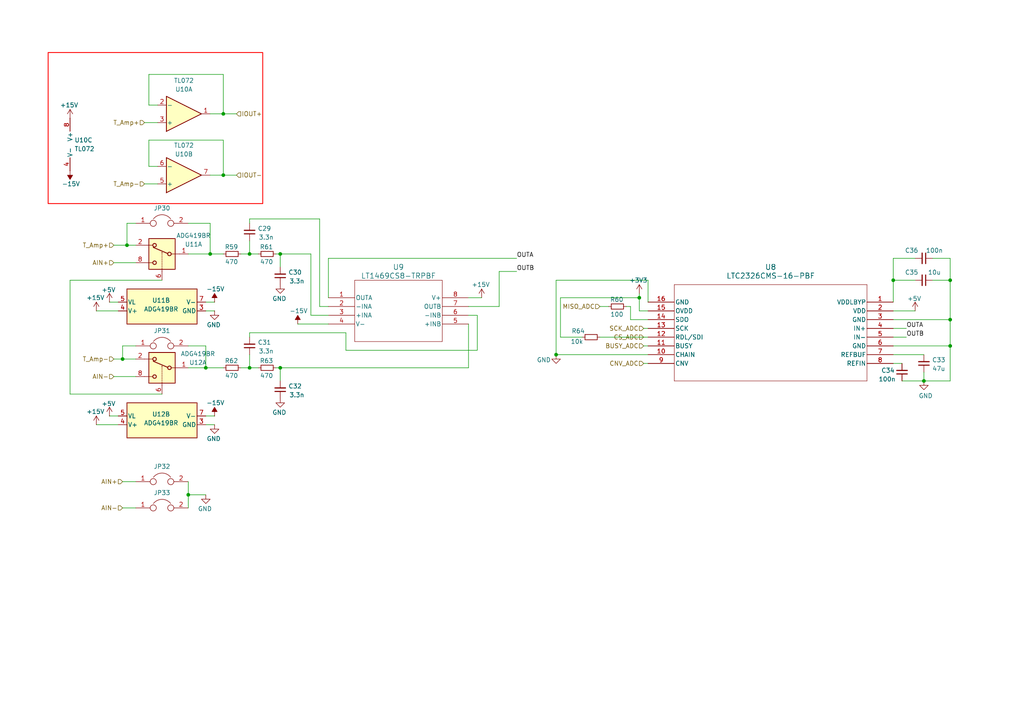
<source format=kicad_sch>
(kicad_sch (version 20250114) (generator "eeschema") (generator_version "9.0")
  (paper "A4")
  (lib_symbols
    (symbol "Amplifier_Operational:TL072" (pin_names (offset 0.127))
      (property "Reference" "U" (at 0 5.08 0))
      (property "Value" "TL072" (at 0 -5.08 0))
      (symbol "TL072_1_1"
        (polyline (pts (xy -5.08 5.08) (xy 5.08 0) (xy -5.08 -5.08) (xy -5.08 5.08)) (stroke (width 0.254)) (fill (type background)))
        (pin input line (at -7.62 2.54 0) (length 2.54) (name "+") (number "3"))
        (pin input line (at -7.62 -2.54 0) (length 2.54) (name "-") (number "2"))
        (pin output line (at 7.62 0 180) (length 2.54) (name "~") (number "1"))
      )
      (symbol "TL072_2_1"
        (polyline (pts (xy -5.08 5.08) (xy 5.08 0) (xy -5.08 -5.08) (xy -5.08 5.08)) (stroke (width 0.254)) (fill (type background)))
        (pin input line (at -7.62 2.54 0) (length 2.54) (name "+") (number "5"))
        (pin input line (at -7.62 -2.54 0) (length 2.54) (name "-") (number "6"))
        (pin output line (at 7.62 0 180) (length 2.54) (name "~") (number "7"))
      )
      (symbol "TL072_3_1"
        (pin power_in line (at -2.54 7.62 270) (length 3.81) (name "V+") (number "8"))
        (pin power_in line (at -2.54 -7.62 90) (length 3.81) (name "V-") (number "4"))
      )
    )
    (symbol "Analog_Switch:ADG419BR" (pin_names (offset 0.254))
      (property "Reference" "U" (at -3.175 4.699 0))
      (property "Value" "ADG419BR" (at -3.175 2.921 0))
      (symbol "ADG419BR_1_1"
        (polyline (pts (xy -5.08 0) (xy -2.794 0)))
        (rectangle (start -3.81 4.445) (end 3.81 -4.445) (stroke (width 0.254)) (fill (type background)))
        (circle (center -2.159 0) (radius 0.508) (stroke (width 0.254)))
        (polyline (pts (xy -1.651 0.127) (xy 2.54 1.905)) (stroke (width 0.254)))
        (polyline (pts (xy 0 0.254) (xy 0 0.508)))
        (polyline (pts (xy 0 0.254) (xy 0 0.508)))
        (polyline (pts (xy 0 -0.254) (xy 0 0)))
        (polyline (pts (xy 0 -0.762) (xy 0 -0.508)))
        (polyline (pts (xy 0 -1.27) (xy 0 -1.016)))
        (polyline (pts (xy 0 -1.778) (xy 0 -1.524)))
        (polyline (pts (xy 0 -2.286) (xy 0 -2.032)))
        (polyline (pts (xy 0 -2.794) (xy 0 -2.54)))
        (polyline (pts (xy 0 -3.302) (xy 0 -3.048)))
        (polyline (pts (xy 0 -3.81) (xy 0 -3.556)))
        (polyline (pts (xy 0 -4.318) (xy 0 -4.064)))
        (polyline (pts (xy 0 -5.08) (xy 0 -4.572)))
        (circle (center 2.159 2.54) (radius 0.508) (stroke (width 0.254)))
        (circle (center 2.159 -2.54) (radius 0.508) (stroke (width 0.254)))
        (polyline (pts (xy 5.08 2.54) (xy 2.794 2.54)))
        (polyline (pts (xy 5.08 -2.54) (xy 2.794 -2.54)))
        (pin passive line (at -7.62 0 0) (length 2.54) (name "~") (number "1"))
        (pin input line (at 0 -7.62 90) (length 2.54) (name "~") (number "6"))
        (pin passive line (at 7.62 2.54 180) (length 2.54) (name "~") (number "2"))
        (pin passive line (at 7.62 -2.54 180) (length 2.54) (name "~") (number "8"))
      )
      (symbol "ADG419BR_2_0"
        (pin power_in line (at 0 12.7 270) (length 2.54) (name "V+") (number "4"))
        (pin power_in line (at 0 -12.7 90) (length 2.54) (name "GND") (number "3"))
        (pin power_in line (at 2.54 12.7 270) (length 2.54) (name "VL") (number "5"))
        (pin power_in line (at 2.54 -12.7 90) (length 2.54) (name "V-") (number "7"))
      )
      (symbol "ADG419BR_2_1"
        (rectangle (start -3.81 10.16) (end 6.35 -10.16) (stroke (width 0.254)) (fill (type background)))
      )
    )
    (symbol "Device:C_Small" (pin_numbers (hide yes)) (pin_names (offset 0.254) (hide yes))
      (property "Reference" "C" (at 0.254 1.778 0))
      (property "Value" "C_Small" (at 0.254 -2.032 0))
      (symbol "C_Small_0_1"
        (polyline (pts (xy -1.524 0.508) (xy 1.524 0.508)) (stroke (width 0.3048)))
        (polyline (pts (xy -1.524 -0.508) (xy 1.524 -0.508)) (stroke (width 0.3302)))
      )
      (symbol "C_Small_1_1"
        (pin passive line (at 0 2.54 270) (length 2.032) (name "~") (number "1"))
        (pin passive line (at 0 -2.54 90) (length 2.032) (name "~") (number "2"))
      )
    )
    (symbol "Device:R_Small" (pin_numbers (hide yes)) (pin_names (offset 0.254) (hide yes))
      (property "Reference" "R" (at 0.762 0.508 0))
      (property "Value" "R_Small" (at 0.762 -1.016 0))
      (symbol "R_Small_0_1"
        (rectangle (start -0.762 1.778) (end 0.762 -1.778) (stroke (width 0.2032)))
      )
      (symbol "R_Small_1_1"
        (pin passive line (at 0 2.54 270) (length 0.762) (name "~") (number "1"))
        (pin passive line (at 0 -2.54 90) (length 0.762) (name "~") (number "2"))
      )
    )
    (symbol "LT1469:LT1469CS8-TRPBF" (pin_names (offset 0.254))
      (property "Reference" "U" (at 20.32 10.16 0))
      (property "Value" "LT1469CS8-TRPBF" (at 20.32 7.62 0))
      (symbol "LT1469CS8-TRPBF_0_1"
        (polyline (pts (xy 7.62 5.08) (xy 7.62 -12.7)) (stroke (width 0.127)))
        (polyline (pts (xy 7.62 -12.7) (xy 33.02 -12.7)) (stroke (width 0.127)))
        (polyline (pts (xy 33.02 5.08) (xy 7.62 5.08)) (stroke (width 0.127)))
        (polyline (pts (xy 33.02 -12.7) (xy 33.02 5.08)) (stroke (width 0.127)))
        (pin output line (at 0 0 0) (length 7.62) (name "OUTA") (number "1"))
        (pin input line (at 0 -2.54 0) (length 7.62) (name "-INA") (number "2"))
        (pin input line (at 0 -5.08 0) (length 7.62) (name "+INA") (number "3"))
        (pin power_in line (at 0 -7.62 0) (length 7.62) (name "V-") (number "4"))
        (pin power_in line (at 40.64 0 180) (length 7.62) (name "V+") (number "8"))
        (pin output line (at 40.64 -2.54 180) (length 7.62) (name "OUTB") (number "7"))
        (pin input line (at 40.64 -5.08 180) (length 7.62) (name "-INB") (number "6"))
        (pin input line (at 40.64 -7.62 180) (length 7.62) (name "+INB") (number "5"))
      )
    )
    (symbol "LTC2326-16:LTC2326CMS-16-PBF" (pin_names (offset 0.254))
      (property "Reference" "U" (at 35.56 10.16 0))
      (property "Value" "LTC2326CMS-16-PBF" (at 35.56 7.62 0))
      (symbol "LTC2326CMS-16-PBF_0_1"
        (polyline (pts (xy 7.62 5.08) (xy 7.62 -22.86)) (stroke (width 0.127)))
        (polyline (pts (xy 7.62 -22.86) (xy 63.5 -22.86)) (stroke (width 0.127)))
        (polyline (pts (xy 63.5 5.08) (xy 7.62 5.08)) (stroke (width 0.127)))
        (polyline (pts (xy 63.5 -22.86) (xy 63.5 5.08)) (stroke (width 0.127)))
        (pin unspecified line (at 0 0 0) (length 7.62) (name "VDDLBYP") (number "1"))
        (pin power_in line (at 0 -2.54 0) (length 7.62) (name "VDD") (number "2"))
        (pin power_in line (at 0 -5.08 0) (length 7.62) (name "GND") (number "3"))
        (pin input line (at 0 -7.62 0) (length 7.62) (name "IN+") (number "4"))
        (pin input line (at 0 -10.16 0) (length 7.62) (name "IN-") (number "5"))
        (pin power_in line (at 0 -12.7 0) (length 7.62) (name "GND") (number "6"))
        (pin output line (at 0 -15.24 0) (length 7.62) (name "REFBUF") (number "7"))
        (pin bidirectional line (at 0 -17.78 0) (length 7.62) (name "REFIN") (number "8"))
        (pin power_in line (at 71.12 0 180) (length 7.62) (name "GND") (number "16"))
        (pin power_in line (at 71.12 -2.54 180) (length 7.62) (name "OVDD") (number "15"))
        (pin output line (at 71.12 -5.08 180) (length 7.62) (name "SDO") (number "14"))
        (pin input line (at 71.12 -7.62 180) (length 7.62) (name "SCK") (number "13"))
        (pin input line (at 71.12 -10.16 180) (length 7.62) (name "RDL/SDI") (number "12"))
        (pin unspecified line (at 71.12 -12.7 180) (length 7.62) (name "BUSY") (number "11"))
        (pin unspecified line (at 71.12 -15.24 180) (length 7.62) (name "CHAIN") (number "10"))
        (pin input line (at 71.12 -17.78 180) (length 7.62) (name "CNV") (number "9"))
      )
    )
    (symbol "Mainboard-rescue:Jumper-Device" (pin_names (offset 0.762) (hide yes))
      (property "Reference" "JP" (at 0 3.81 0))
      (property "Value" "Device_Jumper" (at 0 -2.032 0))
      (symbol "Jumper-Device_0_1"
        (circle (center -2.54 0) (radius 0.889))
        (arc (start -2.4892 1.27) (mid 0.0077 2.4896) (end 2.5146 1.27))
        (circle (center 2.54 0) (radius 0.889))
        (pin passive line (at -7.62 0 0) (length 4.191) (name "1") (number "1"))
        (pin passive line (at 7.62 0 180) (length 4.191) (name "2") (number "2"))
      )
    )
    (symbol "power:+15V" (power) (pin_numbers (hide yes)) (pin_names (offset 0) (hide yes))
      (property "Value" "+15V" (at 0 3.556 0))
      (symbol "+15V_0_1"
        (polyline (pts (xy -0.762 1.27) (xy 0 2.54)))
        (polyline (pts (xy 0 2.54) (xy 0.762 1.27)))
        (polyline (pts (xy 0 0) (xy 0 2.54)))
      )
      (symbol "+15V_1_1"
        (pin power_in line (at 0 0 90) (length 0) (name "~") (number "1"))
      )
    )
    (symbol "power:+3V3" (power) (pin_numbers (hide yes)) (pin_names (offset 0) (hide yes))
      (property "Value" "+3V3" (at 0 3.556 0))
      (symbol "+3V3_0_1"
        (polyline (pts (xy -0.762 1.27) (xy 0 2.54)))
        (polyline (pts (xy 0 2.54) (xy 0.762 1.27)))
        (polyline (pts (xy 0 0) (xy 0 2.54)))
      )
      (symbol "+3V3_1_1"
        (pin power_in line (at 0 0 90) (length 0) (name "~") (number "1"))
      )
    )
    (symbol "power:+5V" (power) (pin_numbers (hide yes)) (pin_names (offset 0) (hide yes))
      (property "Value" "+5V" (at 0 3.556 0))
      (symbol "+5V_0_1"
        (polyline (pts (xy -0.762 1.27) (xy 0 2.54)))
        (polyline (pts (xy 0 2.54) (xy 0.762 1.27)))
        (polyline (pts (xy 0 0) (xy 0 2.54)))
      )
      (symbol "+5V_1_1"
        (pin power_in line (at 0 0 90) (length 0) (name "~") (number "1"))
      )
    )
    (symbol "power:-15V" (power) (pin_numbers (hide yes)) (pin_names (offset 0) (hide yes))
      (property "Value" "-15V" (at 0 3.556 0))
      (symbol "-15V_0_0"
        (pin power_in line (at 0 0 90) (length 0) (name "~") (number "1"))
      )
      (symbol "-15V_0_1"
        (polyline (pts (xy 0 0) (xy 0 1.27) (xy 0.762 1.27) (xy 0 2.54) (xy -0.762 1.27) (xy 0 1.27)) (fill (type outline)))
      )
    )
    (symbol "power:GND" (power) (pin_numbers (hide yes)) (pin_names (offset 0) (hide yes))
      (property "Value" "GND" (at 0 -3.81 0))
      (symbol "GND_0_1"
        (polyline (pts (xy 0 0) (xy 0 -1.27) (xy 1.27 -1.27) (xy 0 -2.54) (xy -1.27 -1.27) (xy 0 -1.27)))
      )
      (symbol "GND_1_1"
        (pin power_in line (at 0 0 270) (length 0) (name "~") (number "1"))
      )
    )
  )
  (rectangle (start 13.97 15.24) (end 76.2 59.055) (stroke (width 0.254) (color 255 0 0 1)))
  (junction (at 60.96 73.66))
  (junction (at 275.59 92.71))
  (junction (at 72.39 73.66))
  (junction (at 59.69 106.68))
  (junction (at 185.42 86.36))
  (junction (at 54.61 143.51))
  (junction (at 81.28 106.68))
  (junction (at 161.29 102.87))
  (junction (at 36.83 71.12))
  (junction (at 267.97 110.49))
  (junction (at 64.77 33.02))
  (junction (at 35.56 104.14))
  (junction (at 81.28 73.66))
  (junction (at 72.39 106.68))
  (junction (at 275.59 81.28))
  (junction (at 64.77 50.8))
  (junction (at 275.59 100.33))
  (junction (at 259.08 81.28))
  (wire (pts (xy 81.28 77.47) (xy 81.28 73.66)))
  (wire (pts (xy 162.56 86.36) (xy 162.56 97.79)))
  (wire (pts (xy 81.28 110.49) (xy 81.28 106.68)))
  (wire (pts (xy 60.96 33.02) (xy 64.77 33.02)))
  (wire (pts (xy 259.08 81.28) (xy 259.08 74.93)))
  (wire (pts (xy 43.18 40.64) (xy 64.77 40.64)))
  (wire (pts (xy 185.42 86.36) (xy 162.56 86.36)))
  (wire (pts (xy 72.39 69.85) (xy 72.39 73.66)))
  (wire (pts (xy 92.71 63.5) (xy 92.71 88.9)))
  (wire (pts (xy 259.08 90.17) (xy 265.43 90.17)))
  (wire (pts (xy 187.96 102.87) (xy 161.29 102.87)))
  (wire (pts (xy 36.83 64.77) (xy 36.83 71.12)))
  (wire (pts (xy 261.62 110.49) (xy 267.97 110.49)))
  (wire (pts (xy 162.56 97.79) (xy 168.91 97.79)))
  (wire (pts (xy 35.56 139.7) (xy 39.37 139.7)))
  (wire (pts (xy 185.42 85.09) (xy 185.42 86.36)))
  (wire (pts (xy 259.08 102.87) (xy 267.97 102.87)))
  (wire (pts (xy 72.39 106.68) (xy 74.93 106.68)))
  (wire (pts (xy 275.59 100.33) (xy 275.59 110.49)))
  (wire (pts (xy 64.77 21.59) (xy 43.18 21.59)))
  (wire (pts (xy 59.69 106.68) (xy 64.77 106.68)))
  (wire (pts (xy 54.61 73.66) (xy 60.96 73.66)))
  (wire (pts (xy 43.18 30.48) (xy 45.72 30.48)))
  (wire (pts (xy 81.28 106.68) (xy 135.89 106.68)))
  (wire (pts (xy 72.39 102.87) (xy 72.39 106.68)))
  (wire (pts (xy 81.28 106.68) (xy 80.01 106.68)))
  (wire (pts (xy 45.72 48.26) (xy 43.18 48.26)))
  (wire (pts (xy 100.33 96.52) (xy 100.33 101.6)))
  (wire (pts (xy 270.51 81.28) (xy 275.59 81.28)))
  (wire (pts (xy 43.18 21.59) (xy 43.18 30.48)))
  (wire (pts (xy 186.69 100.33) (xy 187.96 100.33)))
  (wire (pts (xy 72.39 73.66) (xy 74.93 73.66)))
  (wire (pts (xy 64.77 33.02) (xy 68.58 33.02)))
  (wire (pts (xy 182.88 92.71) (xy 187.96 92.71)))
  (wire (pts (xy 27.94 123.19) (xy 34.29 123.19)))
  (wire (pts (xy 72.39 63.5) (xy 92.71 63.5)))
  (wire (pts (xy 138.43 91.44) (xy 135.89 91.44)))
  (wire (pts (xy 275.59 81.28) (xy 275.59 92.71)))
  (wire (pts (xy 41.91 35.56) (xy 45.72 35.56)))
  (wire (pts (xy 81.28 73.66) (xy 90.17 73.66)))
  (wire (pts (xy 149.86 78.74) (xy 144.78 78.74)))
  (wire (pts (xy 62.23 90.17) (xy 59.69 90.17)))
  (wire (pts (xy 60.96 64.77) (xy 60.96 73.66)))
  (wire (pts (xy 36.83 71.12) (xy 39.37 71.12)))
  (wire (pts (xy 259.08 81.28) (xy 259.08 87.63)))
  (wire (pts (xy 182.88 88.9) (xy 182.88 92.71)))
  (wire (pts (xy 173.99 97.79) (xy 187.96 97.79)))
  (wire (pts (xy 270.51 74.93) (xy 275.59 74.93)))
  (wire (pts (xy 90.17 91.44) (xy 95.25 91.44)))
  (wire (pts (xy 33.02 104.14) (xy 35.56 104.14)))
  (wire (pts (xy 135.89 86.36) (xy 139.7 86.36)))
  (wire (pts (xy 181.61 88.9) (xy 182.88 88.9)))
  (wire (pts (xy 259.08 97.79) (xy 262.89 97.79)))
  (wire (pts (xy 33.02 71.12) (xy 36.83 71.12)))
  (wire (pts (xy 72.39 96.52) (xy 100.33 96.52)))
  (wire (pts (xy 90.17 73.66) (xy 90.17 91.44)))
  (wire (pts (xy 144.78 88.9) (xy 135.89 88.9)))
  (wire (pts (xy 72.39 64.77) (xy 72.39 63.5)))
  (wire (pts (xy 35.56 147.32) (xy 39.37 147.32)))
  (wire (pts (xy 185.42 90.17) (xy 187.96 90.17)))
  (wire (pts (xy 275.59 110.49) (xy 267.97 110.49)))
  (wire (pts (xy 95.25 74.93) (xy 95.25 86.36)))
  (wire (pts (xy 69.85 106.68) (xy 72.39 106.68)))
  (wire (pts (xy 259.08 95.25) (xy 262.89 95.25)))
  (wire (pts (xy 259.08 92.71) (xy 275.59 92.71)))
  (wire (pts (xy 54.61 106.68) (xy 59.69 106.68)))
  (wire (pts (xy 69.85 73.66) (xy 72.39 73.66)))
  (wire (pts (xy 259.08 100.33) (xy 275.59 100.33)))
  (wire (pts (xy 64.77 50.8) (xy 60.96 50.8)))
  (wire (pts (xy 59.69 87.63) (xy 62.23 87.63)))
  (wire (pts (xy 173.99 88.9) (xy 176.53 88.9)))
  (wire (pts (xy 54.61 64.77) (xy 60.96 64.77)))
  (wire (pts (xy 72.39 97.79) (xy 72.39 96.52)))
  (wire (pts (xy 54.61 143.51) (xy 54.61 147.32)))
  (wire (pts (xy 161.29 81.28) (xy 187.96 81.28)))
  (wire (pts (xy 31.75 87.63) (xy 34.29 87.63)))
  (wire (pts (xy 64.77 40.64) (xy 64.77 50.8)))
  (wire (pts (xy 59.69 100.33) (xy 59.69 106.68)))
  (wire (pts (xy 60.96 73.66) (xy 64.77 73.66)))
  (wire (pts (xy 27.94 90.17) (xy 34.29 90.17)))
  (wire (pts (xy 41.91 53.34) (xy 45.72 53.34)))
  (wire (pts (xy 275.59 74.93) (xy 275.59 81.28)))
  (wire (pts (xy 138.43 101.6) (xy 138.43 91.44)))
  (wire (pts (xy 186.69 105.41) (xy 187.96 105.41)))
  (wire (pts (xy 259.08 74.93) (xy 265.43 74.93)))
  (wire (pts (xy 144.78 78.74) (xy 144.78 88.9)))
  (wire (pts (xy 20.32 81.28) (xy 46.99 81.28)))
  (wire (pts (xy 265.43 81.28) (xy 259.08 81.28)))
  (wire (pts (xy 267.97 110.49) (xy 267.97 107.95)))
  (wire (pts (xy 149.86 74.93) (xy 95.25 74.93)))
  (wire (pts (xy 46.99 114.3) (xy 20.32 114.3)))
  (wire (pts (xy 20.32 114.3) (xy 20.32 81.28)))
  (wire (pts (xy 100.33 101.6) (xy 138.43 101.6)))
  (wire (pts (xy 59.69 120.65) (xy 62.23 120.65)))
  (wire (pts (xy 92.71 88.9) (xy 95.25 88.9)))
  (wire (pts (xy 54.61 143.51) (xy 59.69 143.51)))
  (wire (pts (xy 39.37 64.77) (xy 36.83 64.77)))
  (wire (pts (xy 31.75 120.65) (xy 34.29 120.65)))
  (wire (pts (xy 259.08 105.41) (xy 261.62 105.41)))
  (wire (pts (xy 86.36 93.98) (xy 95.25 93.98)))
  (wire (pts (xy 64.77 33.02) (xy 64.77 21.59)))
  (wire (pts (xy 33.02 109.22) (xy 39.37 109.22)))
  (wire (pts (xy 186.69 95.25) (xy 187.96 95.25)))
  (wire (pts (xy 54.61 100.33) (xy 59.69 100.33)))
  (wire (pts (xy 62.23 123.19) (xy 59.69 123.19)))
  (wire (pts (xy 39.37 100.33) (xy 35.56 100.33)))
  (wire (pts (xy 81.28 73.66) (xy 80.01 73.66)))
  (wire (pts (xy 54.61 139.7) (xy 54.61 143.51)))
  (wire (pts (xy 35.56 100.33) (xy 35.56 104.14)))
  (wire (pts (xy 275.59 92.71) (xy 275.59 100.33)))
  (wire (pts (xy 187.96 81.28) (xy 187.96 87.63)))
  (wire (pts (xy 35.56 104.14) (xy 39.37 104.14)))
  (wire (pts (xy 33.02 76.2) (xy 39.37 76.2)))
  (wire (pts (xy 43.18 48.26) (xy 43.18 40.64)))
  (wire (pts (xy 64.77 50.8) (xy 68.58 50.8)))
  (wire (pts (xy 185.42 86.36) (xy 185.42 90.17)))
  (wire (pts (xy 161.29 102.87) (xy 161.29 81.28)))
  (wire (pts (xy 135.89 106.68) (xy 135.89 93.98)))
  (label "OUTB" (at 262.89 97.79 0))
  (label "OUTB" (at 149.86 78.74 0))
  (label "OUTA" (at 262.89 95.25 0))
  (label "OUTA" (at 149.86 74.93 0))
  (hierarchical_label "MISO_ADC" (shape input) (at 173.99 88.9 180))
  (hierarchical_label "T_Amp+" (shape input) (at 41.91 35.56 180))
  (hierarchical_label "CNV_ADC" (shape input) (at 186.69 105.41 180))
  (hierarchical_label "T_Amp-" (shape input) (at 41.91 53.34 180))
  (hierarchical_label "IOUT+" (shape input) (at 68.58 33.02 0))
  (hierarchical_label "SCK_ADC" (shape input) (at 186.69 95.25 180))
  (hierarchical_label "BUSY_ADC" (shape input) (at 186.69 100.33 180))
  (hierarchical_label "T_Amp+" (shape input) (at 33.02 71.12 180))
  (hierarchical_label "AIN-" (shape input) (at 33.02 109.22 180))
  (hierarchical_label "T_Amp-" (shape input) (at 33.02 104.14 180))
  (hierarchical_label "CS_ADC" (shape input) (at 186.69 97.79 180))
  (hierarchical_label "AIN+" (shape input) (at 35.56 139.7 180))
  (hierarchical_label "IOUT-" (shape input) (at 68.58 50.8 0))
  (hierarchical_label "AIN+" (shape input) (at 33.02 76.2 180))
  (hierarchical_label "AIN-" (shape input) (at 35.56 147.32 180))
  (symbol (lib_id "power:+15V") (at 20.32 34.29 0) (unit 1)
    (property "Reference" "#PWR048" (effects (hide yes)))
    (property "Value" "+15V" (at 20.066 30.48 0))
    (property "Description" "Power symbol creates a global label with name \"+15V\"" (effects (hide yes)))
  )
  (symbol (lib_id "power:GND") (at 81.28 82.55 0) (unit 1)
    (property "Reference" "#PWR058" (effects (hide yes)))
    (property "Value" "GND" (at 81.026 86.614 0))
    (property "Description" "Power symbol creates a global label with name \"GND\" , ground" (effects (hide yes)))
  )
  (symbol (lib_id "Device:C_Small") (at 72.39 67.31 180) (unit 1)
    (property "Reference" "C29" (at 76.708 66.294 0))
    (property "Value" "3.3n" (at 77.216 68.834 0))
    (property "Description" "Unpolarized capacitor, small symbol" (effects (hide yes)))
  )
  (symbol (lib_id "power:GND") (at 62.23 123.19 0) (unit 1)
    (property "Reference" "#PWR057" (effects (hide yes)))
    (property "Value" "GND" (at 61.976 127.254 0))
    (property "Description" "Power symbol creates a global label with name \"GND\" , ground" (effects (hide yes)))
  )
  (symbol (lib_id "Amplifier_Operational:TL072") (at 22.86 41.91 0) (unit 3)
    (property "Reference" "U10" (at 21.59 40.6399 0) (effects (justify left)))
    (property "Value" "TL072" (at 21.59 43.1799 0) (effects (justify left)))
    (property "Datasheet" "http://www.ti.com/lit/ds/symlink/tl071.pdf" (effects (hide yes)))
    (property "Description" "Dual Low-Noise JFET-Input Operational Amplifiers, DIP-8/SOIC-8" (effects (hide yes)))
  )
  (symbol (lib_id "LTC2326-16:LTC2326CMS-16-PBF") (at 259.08 87.63 0) (mirror y) (unit 1)
    (property "Reference" "U8" (at 223.52 77.47 0) (effects (font (size 1.524 1.524))))
    (property "Value" "LTC2326CMS-16-PBF" (at 223.52 80.01 0) (effects (font (size 1.524 1.524))))
    (property "Footprint" "LTC2326-16:MSOP-16_MS_LIT" (effects (hide yes)))
    (property "Datasheet" "LTC2326CMS-16-PBF" (effects (hide yes)))
  )
  (symbol (lib_id "power:+5V") (at 31.75 120.65 0) (unit 1)
    (property "Reference" "#PWR055" (effects (hide yes)))
    (property "Value" "+5V" (at 31.496 117.094 0))
    (property "Description" "Power symbol creates a global label with name \"+5V\"" (effects (hide yes)))
  )
  (symbol (lib_id "Device:C_Small") (at 81.28 80.01 180) (unit 1)
    (property "Reference" "C30" (at 85.598 78.994 0))
    (property "Value" "3.3n" (at 86.106 81.534 0))
    (property "Description" "Unpolarized capacitor, small symbol" (effects (hide yes)))
  )
  (symbol (lib_id "power:+5V") (at 31.75 87.63 0) (unit 1)
    (property "Reference" "#PWR051" (effects (hide yes)))
    (property "Value" "+5V" (at 31.496 84.074 0))
    (property "Description" "Power symbol creates a global label with name \"+5V\"" (effects (hide yes)))
  )
  (symbol (lib_id "Amplifier_Operational:TL072") (at 53.34 50.8 0) (mirror x) (unit 2)
    (property "Reference" "U10" (at 53.34 44.704 0))
    (property "Value" "TL072" (at 53.34 42.164 0))
    (property "Datasheet" "http://www.ti.com/lit/ds/symlink/tl071.pdf" (effects (hide yes)))
    (property "Description" "Dual Low-Noise JFET-Input Operational Amplifiers, DIP-8/SOIC-8" (effects (hide yes)))
  )
  (symbol (lib_id "power:+15V") (at 27.94 123.19 0) (unit 1)
    (property "Reference" "#PWR054" (effects (hide yes)))
    (property "Value" "+15V" (at 27.686 119.38 0))
    (property "Description" "Power symbol creates a global label with name \"+15V\"" (effects (hide yes)))
  )
  (symbol (lib_id "power:GND") (at 161.29 102.87 0) (unit 1)
    (property "Reference" "#PWR062" (effects (hide yes)))
    (property "Value" "GND" (at 157.734 104.394 0))
    (property "Description" "Power symbol creates a global label with name \"GND\" , ground" (effects (hide yes)))
  )
  (symbol (lib_id "power:+15V") (at 139.7 86.36 0) (unit 1)
    (property "Reference" "#PWR060" (effects (hide yes)))
    (property "Value" "+15V" (at 139.446 82.55 0))
    (property "Description" "Power symbol creates a global label with name \"+15V\"" (effects (hide yes)))
  )
  (symbol (lib_id "Mainboard-rescue:Jumper-Device") (at 46.99 147.32 0) (unit 1)
    (property "Reference" "JP33" (at 46.99 142.9258 0))
    (property "Value" "Jumper" (effects (hide yes)))
    (property "Footprint" "Jumper:SolderJumper-2_P1.3mm_Open_TrianglePad1.0x1.5mm" (effects (hide yes)))
  )
  (symbol (lib_id "Device:C_Small") (at 267.97 81.28 270) (unit 1)
    (property "Reference" "C35" (at 264.414 78.994 90))
    (property "Value" "10u" (at 271.018 78.994 90))
    (property "Description" "Unpolarized capacitor, small symbol" (effects (hide yes)))
  )
  (symbol (lib_id "power:+15V") (at 27.94 90.17 0) (unit 1)
    (property "Reference" "#PWR050" (effects (hide yes)))
    (property "Value" "+15V" (at 27.686 86.36 0))
    (property "Description" "Power symbol creates a global label with name \"+15V\"" (effects (hide yes)))
  )
  (symbol (lib_id "power:GND") (at 81.28 115.57 0) (unit 1)
    (property "Reference" "#PWR059" (effects (hide yes)))
    (property "Value" "GND" (at 81.026 119.634 0))
    (property "Description" "Power symbol creates a global label with name \"GND\" , ground" (effects (hide yes)))
  )
  (symbol (lib_id "Device:C_Small") (at 261.62 107.95 180) (unit 1)
    (property "Reference" "C34" (at 257.556 107.442 0))
    (property "Value" "100n" (at 257.302 109.982 0))
    (property "Description" "Unpolarized capacitor, small symbol" (effects (hide yes)))
  )
  (symbol (lib_id "Analog_Switch:ADG419BR") (at 46.99 73.66 0) (mirror y) (unit 1)
    (property "Reference" "U11" (at 56.134 70.866 0))
    (property "Value" "ADG419BR" (at 56.134 68.326 0))
    (property "Footprint" "Package_SO:SOIC-8_3.9x4.9mm_P1.27mm" (effects (hide yes)))
    (property "Datasheet" "https://www.analog.com/media/en/technical-documentation/data-sheets/ADG419.pdf" (effects (hide yes)))
    (property "Description" "Single SPDT Monolithic LC²MOS Analog Switch, 25Ohm Ron, SOIC-8" (effects (hide yes)))
  )
  (symbol (lib_id "Mainboard-rescue:Jumper-Device") (at 46.99 139.7 0) (unit 1)
    (property "Reference" "JP32" (at 46.99 135.3058 0))
    (property "Value" "Jumper" (effects (hide yes)))
    (property "Footprint" "Jumper:SolderJumper-2_P1.3mm_Open_TrianglePad1.0x1.5mm" (effects (hide yes)))
  )
  (symbol (lib_id "Device:R_Small") (at 77.47 73.66 90) (unit 1)
    (property "Reference" "R61" (at 79.248 71.628 90) (effects (justify left)))
    (property "Value" "470" (at 79.248 75.946 90) (effects (justify left)))
    (property "Description" "Resistor, small symbol" (effects (hide yes)))
  )
  (symbol (lib_id "Device:C_Small") (at 81.28 113.03 180) (unit 1)
    (property "Reference" "C32" (at 85.598 112.014 0))
    (property "Value" "3.3n" (at 86.106 114.554 0))
    (property "Description" "Unpolarized capacitor, small symbol" (effects (hide yes)))
  )
  (symbol (lib_id "Device:C_Small") (at 267.97 74.93 270) (unit 1)
    (property "Reference" "C36" (at 264.414 72.644 90))
    (property "Value" "100n" (at 271.018 72.644 90))
    (property "Description" "Unpolarized capacitor, small symbol" (effects (hide yes)))
  )
  (symbol (lib_id "Device:R_Small") (at 77.47 106.68 90) (unit 1)
    (property "Reference" "R63" (at 79.248 104.648 90) (effects (justify left)))
    (property "Value" "470" (at 79.248 108.966 90) (effects (justify left)))
    (property "Description" "Resistor, small symbol" (effects (hide yes)))
  )
  (symbol (lib_id "Device:R_Small") (at 67.31 73.66 90) (unit 1)
    (property "Reference" "R59" (at 69.088 71.628 90) (effects (justify left)))
    (property "Value" "470" (at 69.088 75.946 90) (effects (justify left)))
    (property "Description" "Resistor, small symbol" (effects (hide yes)))
  )
  (symbol (lib_id "power:+5V") (at 265.43 90.17 0) (unit 1)
    (property "Reference" "#PWR064" (effects (hide yes)))
    (property "Value" "+5V" (at 265.176 86.614 0))
    (property "Description" "Power symbol creates a global label with name \"+5V\"" (effects (hide yes)))
  )
  (symbol (lib_id "power:GND") (at 62.23 90.17 0) (unit 1)
    (property "Reference" "#PWR053" (effects (hide yes)))
    (property "Value" "GND" (at 61.976 94.234 0))
    (property "Description" "Power symbol creates a global label with name \"GND\" , ground" (effects (hide yes)))
  )
  (symbol (lib_id "power:-15V") (at 86.36 93.98 0) (mirror y) (unit 1)
    (property "Reference" "#PWR061" (effects (hide yes)))
    (property "Value" "-15V" (at 86.614 90.17 0))
    (property "Description" "Power symbol creates a global label with name \"-15V\"" (effects (hide yes)))
  )
  (symbol (lib_id "power:+3V3") (at 185.42 85.09 0) (unit 1)
    (property "Reference" "#PWR063" (effects (hide yes)))
    (property "Value" "+3V3" (at 185.166 81.28 0))
    (property "Description" "Power symbol creates a global label with name \"+3V3\"" (effects (hide yes)))
  )
  (symbol (lib_id "Analog_Switch:ADG419BR") (at 46.99 123.19 90) (unit 2)
    (property "Reference" "U12" (at 46.736 120.142 90))
    (property "Value" "ADG419BR" (at 46.736 122.682 90))
    (property "Footprint" "Package_SO:SOIC-8_3.9x4.9mm_P1.27mm" (effects (hide yes)))
    (property "Datasheet" "https://www.analog.com/media/en/technical-documentation/data-sheets/ADG419.pdf" (effects (hide yes)))
    (property "Description" "Single SPDT Monolithic LC²MOS Analog Switch, 25Ohm Ron, SOIC-8" (effects (hide yes)))
  )
  (symbol (lib_id "Device:R_Small") (at 179.07 88.9 90) (unit 1)
    (property "Reference" "R60" (at 180.848 86.868 90) (effects (justify left)))
    (property "Value" "100" (at 180.848 91.186 90) (effects (justify left)))
    (property "Description" "Resistor, small symbol" (effects (hide yes)))
  )
  (symbol (lib_id "power:-15V") (at 62.23 87.63 0) (mirror y) (unit 1)
    (property "Reference" "#PWR052" (effects (hide yes)))
    (property "Value" "-15V" (at 62.484 83.82 0))
    (property "Description" "Power symbol creates a global label with name \"-15V\"" (effects (hide yes)))
  )
  (symbol (lib_id "Amplifier_Operational:TL072") (at 53.34 33.02 0) (mirror x) (unit 1)
    (property "Reference" "U10" (at 53.34 25.908 0))
    (property "Value" "TL072" (at 53.34 23.368 0))
    (property "Datasheet" "http://www.ti.com/lit/ds/symlink/tl071.pdf" (effects (hide yes)))
    (property "Description" "Dual Low-Noise JFET-Input Operational Amplifiers, DIP-8/SOIC-8" (effects (hide yes)))
  )
  (symbol (lib_id "power:-15V") (at 20.32 49.53 180) (unit 1)
    (property "Reference" "#PWR049" (effects (hide yes)))
    (property "Value" "-15V" (at 20.574 53.34 0))
    (property "Description" "Power symbol creates a global label with name \"-15V\"" (effects (hide yes)))
  )
  (symbol (lib_id "power:GND") (at 267.97 110.49 0) (unit 1)
    (property "Reference" "#PWR065" (effects (hide yes)))
    (property "Value" "GND" (at 268.478 114.808 0))
    (property "Description" "Power symbol creates a global label with name \"GND\" , ground" (effects (hide yes)))
  )
  (symbol (lib_id "Mainboard-rescue:Jumper-Device") (at 46.99 100.33 0) (unit 1)
    (property "Reference" "JP31" (at 46.99 95.9358 0))
    (property "Value" "Jumper" (effects (hide yes)))
    (property "Footprint" "Jumper:SolderJumper-2_P1.3mm_Open_TrianglePad1.0x1.5mm" (effects (hide yes)))
  )
  (symbol (lib_id "Device:C_Small") (at 267.97 105.41 180) (unit 1)
    (property "Reference" "C33" (at 272.288 104.394 0))
    (property "Value" "47u" (at 272.288 106.934 0))
    (property "Description" "Unpolarized capacitor, small symbol" (effects (hide yes)))
  )
  (symbol (lib_id "power:GND") (at 59.69 143.51 0) (unit 1)
    (property "Reference" "#PWR071" (effects (hide yes)))
    (property "Value" "GND" (at 59.436 147.574 0))
    (property "Description" "Power symbol creates a global label with name \"GND\" , ground" (effects (hide yes)))
  )
  (symbol (lib_id "Analog_Switch:ADG419BR") (at 46.99 90.17 90) (unit 2)
    (property "Reference" "U11" (at 46.736 87.122 90))
    (property "Value" "ADG419BR" (at 46.736 89.662 90))
    (property "Footprint" "Package_SO:SOIC-8_3.9x4.9mm_P1.27mm" (effects (hide yes)))
    (property "Datasheet" "https://www.analog.com/media/en/technical-documentation/data-sheets/ADG419.pdf" (effects (hide yes)))
    (property "Description" "Single SPDT Monolithic LC²MOS Analog Switch, 25Ohm Ron, SOIC-8" (effects (hide yes)))
  )
  (symbol (lib_id "Device:R_Small") (at 171.45 97.79 90) (unit 1)
    (property "Reference" "R64" (at 169.672 96.012 90) (effects (justify left)))
    (property "Value" "10k" (at 169.164 99.06 90) (effects (justify left)))
    (property "Description" "Resistor, small symbol" (effects (hide yes)))
  )
  (symbol (lib_id "Mainboard-rescue:Jumper-Device") (at 46.99 64.77 0) (unit 1)
    (property "Reference" "JP30" (at 46.99 60.3758 0))
    (property "Value" "Jumper" (effects (hide yes)))
    (property "Footprint" "Jumper:SolderJumper-2_P1.3mm_Open_TrianglePad1.0x1.5mm" (effects (hide yes)))
  )
  (symbol (lib_id "Device:R_Small") (at 67.31 106.68 90) (unit 1)
    (property "Reference" "R62" (at 69.088 104.648 90) (effects (justify left)))
    (property "Value" "470" (at 69.088 108.966 90) (effects (justify left)))
    (property "Description" "Resistor, small symbol" (effects (hide yes)))
  )
  (symbol (lib_id "LT1469:LT1469CS8-TRPBF") (at 95.25 86.36 0) (unit 1)
    (property "Reference" "U9" (at 115.57 77.47 0) (effects (font (size 1.524 1.524))))
    (property "Value" "LT1469CS8-TRPBF" (at 115.57 80.01 0) (effects (font (size 1.524 1.524))))
    (property "Footprint" "LT1469:SO-8_S_LIT" (effects (hide yes)))
    (property "Datasheet" "LT1469CS8-TRPBF" (effects (hide yes)))
  )
  (symbol (lib_id "Analog_Switch:ADG419BR") (at 46.99 106.68 0) (mirror y) (unit 1)
    (property "Reference" "U12" (at 57.404 105.156 0))
    (property "Value" "ADG419BR" (at 57.404 102.616 0))
    (property "Footprint" "Package_SO:SOIC-8_3.9x4.9mm_P1.27mm" (effects (hide yes)))
    (property "Datasheet" "https://www.analog.com/media/en/technical-documentation/data-sheets/ADG419.pdf" (effects (hide yes)))
    (property "Description" "Single SPDT Monolithic LC²MOS Analog Switch, 25Ohm Ron, SOIC-8" (effects (hide yes)))
  )
  (symbol (lib_id "Device:C_Small") (at 72.39 100.33 180) (unit 1)
    (property "Reference" "C31" (at 76.708 99.314 0))
    (property "Value" "3.3n" (at 77.216 101.854 0))
    (property "Description" "Unpolarized capacitor, small symbol" (effects (hide yes)))
  )
  (symbol (lib_id "power:-15V") (at 62.23 120.65 0) (mirror y) (unit 1)
    (property "Reference" "#PWR056" (effects (hide yes)))
    (property "Value" "-15V" (at 62.484 116.84 0))
    (property "Description" "Power symbol creates a global label with name \"-15V\"" (effects (hide yes)))
  )
)
</source>
